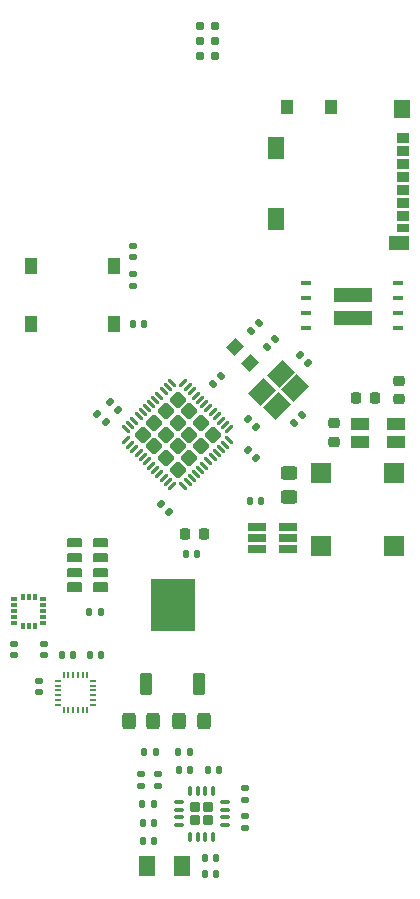
<source format=gbr>
%TF.GenerationSoftware,KiCad,Pcbnew,(6.0.2)*%
%TF.CreationDate,2022-04-15T22:59:47-04:00*%
%TF.ProjectId,Nova,4e6f7661-2e6b-4696-9361-645f70636258,rev?*%
%TF.SameCoordinates,Original*%
%TF.FileFunction,Paste,Top*%
%TF.FilePolarity,Positive*%
%FSLAX46Y46*%
G04 Gerber Fmt 4.6, Leading zero omitted, Abs format (unit mm)*
G04 Created by KiCad (PCBNEW (6.0.2)) date 2022-04-15 22:59:47*
%MOMM*%
%LPD*%
G01*
G04 APERTURE LIST*
G04 Aperture macros list*
%AMRoundRect*
0 Rectangle with rounded corners*
0 $1 Rounding radius*
0 $2 $3 $4 $5 $6 $7 $8 $9 X,Y pos of 4 corners*
0 Add a 4 corners polygon primitive as box body*
4,1,4,$2,$3,$4,$5,$6,$7,$8,$9,$2,$3,0*
0 Add four circle primitives for the rounded corners*
1,1,$1+$1,$2,$3*
1,1,$1+$1,$4,$5*
1,1,$1+$1,$6,$7*
1,1,$1+$1,$8,$9*
0 Add four rect primitives between the rounded corners*
20,1,$1+$1,$2,$3,$4,$5,0*
20,1,$1+$1,$4,$5,$6,$7,0*
20,1,$1+$1,$6,$7,$8,$9,0*
20,1,$1+$1,$8,$9,$2,$3,0*%
%AMRotRect*
0 Rectangle, with rotation*
0 The origin of the aperture is its center*
0 $1 length*
0 $2 width*
0 $3 Rotation angle, in degrees counterclockwise*
0 Add horizontal line*
21,1,$1,$2,0,0,$3*%
G04 Aperture macros list end*
%ADD10C,0.010000*%
%ADD11C,0.152400*%
%ADD12R,1.800000X1.800000*%
%ADD13RoundRect,0.147500X0.147500X0.172500X-0.147500X0.172500X-0.147500X-0.172500X0.147500X-0.172500X0*%
%ADD14RoundRect,0.147500X0.172500X-0.147500X0.172500X0.147500X-0.172500X0.147500X-0.172500X-0.147500X0*%
%ADD15RoundRect,0.147500X-0.226274X-0.017678X-0.017678X-0.226274X0.226274X0.017678X0.017678X0.226274X0*%
%ADD16RoundRect,0.147500X0.017678X-0.226274X0.226274X-0.017678X-0.017678X0.226274X-0.226274X0.017678X0*%
%ADD17RoundRect,0.147500X0.226274X0.017678X0.017678X0.226274X-0.226274X-0.017678X-0.017678X-0.226274X0*%
%ADD18RoundRect,0.147500X-0.147500X-0.172500X0.147500X-0.172500X0.147500X0.172500X-0.147500X0.172500X0*%
%ADD19RoundRect,0.147500X-0.172500X0.147500X-0.172500X-0.147500X0.172500X-0.147500X0.172500X0.147500X0*%
%ADD20R,1.500000X1.100000*%
%ADD21RoundRect,0.250000X-0.450000X0.325000X-0.450000X-0.325000X0.450000X-0.325000X0.450000X0.325000X0*%
%ADD22RoundRect,0.250000X-0.325000X-0.450000X0.325000X-0.450000X0.325000X0.450000X-0.325000X0.450000X0*%
%ADD23RoundRect,0.250000X0.325000X0.450000X-0.325000X0.450000X-0.325000X-0.450000X0.325000X-0.450000X0*%
%ADD24RoundRect,0.250001X0.462499X0.624999X-0.462499X0.624999X-0.462499X-0.624999X0.462499X-0.624999X0*%
%ADD25R,1.100000X0.850000*%
%ADD26R,1.100000X0.750000*%
%ADD27R,1.000000X1.200000*%
%ADD28R,1.350000X1.900000*%
%ADD29R,1.350000X1.550000*%
%ADD30R,1.800000X1.170000*%
%ADD31RoundRect,0.218750X-0.218750X-0.256250X0.218750X-0.256250X0.218750X0.256250X-0.218750X0.256250X0*%
%ADD32RoundRect,0.218750X0.256250X-0.218750X0.256250X0.218750X-0.256250X0.218750X-0.256250X-0.218750X0*%
%ADD33R,1.000000X1.400000*%
%ADD34RoundRect,0.250000X0.000000X0.445477X-0.445477X0.000000X0.000000X-0.445477X0.445477X0.000000X0*%
%ADD35RoundRect,0.062500X0.220971X0.309359X-0.309359X-0.220971X-0.220971X-0.309359X0.309359X0.220971X0*%
%ADD36RoundRect,0.062500X-0.220971X0.309359X-0.309359X0.220971X0.220971X-0.309359X0.309359X-0.220971X0*%
%ADD37R,0.550000X0.350000*%
%ADD38R,0.350000X0.550000*%
%ADD39R,0.940000X0.440000*%
%ADD40RoundRect,0.212500X-0.212500X0.212500X-0.212500X-0.212500X0.212500X-0.212500X0.212500X0.212500X0*%
%ADD41RoundRect,0.075000X-0.075000X0.350000X-0.075000X-0.350000X0.075000X-0.350000X0.075000X0.350000X0*%
%ADD42RoundRect,0.075000X-0.350000X0.075000X-0.350000X-0.075000X0.350000X-0.075000X0.350000X0.075000X0*%
%ADD43R,1.092200X0.609600*%
%ADD44RoundRect,0.050000X0.225000X0.050000X-0.225000X0.050000X-0.225000X-0.050000X0.225000X-0.050000X0*%
%ADD45RoundRect,0.050000X-0.050000X0.225000X-0.050000X-0.225000X0.050000X-0.225000X0.050000X0.225000X0*%
%ADD46RotRect,1.050000X1.100000X135.000000*%
%ADD47RotRect,1.800000X1.500000X45.000000*%
%ADD48R,1.560000X0.650000*%
%ADD49RoundRect,0.115200X-0.364800X-0.834800X0.364800X-0.834800X0.364800X0.834800X-0.364800X0.834800X0*%
%ADD50C,0.787000*%
G04 APERTURE END LIST*
D10*
%TO.C,U3*%
X173760000Y-72040000D02*
X172160000Y-72040000D01*
X172160000Y-72040000D02*
X172160000Y-70890000D01*
X172160000Y-70890000D02*
X173760000Y-70890000D01*
X173760000Y-70890000D02*
X173760000Y-72040000D01*
G36*
X173760000Y-72040000D02*
G01*
X172160000Y-72040000D01*
X172160000Y-70890000D01*
X173760000Y-70890000D01*
X173760000Y-72040000D01*
G37*
X173760000Y-72040000D02*
X172160000Y-72040000D01*
X172160000Y-70890000D01*
X173760000Y-70890000D01*
X173760000Y-72040000D01*
X172240000Y-74010000D02*
X170640000Y-74010000D01*
X170640000Y-74010000D02*
X170640000Y-72860000D01*
X170640000Y-72860000D02*
X172240000Y-72860000D01*
X172240000Y-72860000D02*
X172240000Y-74010000D01*
G36*
X172240000Y-74010000D02*
G01*
X170640000Y-74010000D01*
X170640000Y-72860000D01*
X172240000Y-72860000D01*
X172240000Y-74010000D01*
G37*
X172240000Y-74010000D02*
X170640000Y-74010000D01*
X170640000Y-72860000D01*
X172240000Y-72860000D01*
X172240000Y-74010000D01*
X172240000Y-72040000D02*
X170640000Y-72040000D01*
X170640000Y-72040000D02*
X170640000Y-70890000D01*
X170640000Y-70890000D02*
X172240000Y-70890000D01*
X172240000Y-70890000D02*
X172240000Y-72040000D01*
G36*
X172240000Y-72040000D02*
G01*
X170640000Y-72040000D01*
X170640000Y-70890000D01*
X172240000Y-70890000D01*
X172240000Y-72040000D01*
G37*
X172240000Y-72040000D02*
X170640000Y-72040000D01*
X170640000Y-70890000D01*
X172240000Y-70890000D01*
X172240000Y-72040000D01*
X173760000Y-74010000D02*
X172160000Y-74010000D01*
X172160000Y-74010000D02*
X172160000Y-72860000D01*
X172160000Y-72860000D02*
X173760000Y-72860000D01*
X173760000Y-72860000D02*
X173760000Y-74010000D01*
G36*
X173760000Y-74010000D02*
G01*
X172160000Y-74010000D01*
X172160000Y-72860000D01*
X173760000Y-72860000D01*
X173760000Y-74010000D01*
G37*
X173760000Y-74010000D02*
X172160000Y-74010000D01*
X172160000Y-72860000D01*
X173760000Y-72860000D01*
X173760000Y-74010000D01*
D11*
%TO.C,U6*%
X149256000Y-94040700D02*
X149256000Y-93431100D01*
X150363800Y-93431100D02*
X150363800Y-94040700D01*
X150363800Y-96540700D02*
X151456000Y-96540700D01*
X150363800Y-94040700D02*
X151456000Y-94040700D01*
X151456000Y-95290700D02*
X151456000Y-94681100D01*
X148163800Y-94040700D02*
X149256000Y-94040700D01*
X148163800Y-96540700D02*
X149256000Y-96540700D01*
X150363800Y-95931100D02*
X150363800Y-96540700D01*
X151456000Y-92790700D02*
X151456000Y-92181100D01*
X148163800Y-95290700D02*
X149256000Y-95290700D01*
X149256000Y-95290700D02*
X149256000Y-94681100D01*
X149256000Y-92790700D02*
X149256000Y-92181100D01*
X149256000Y-95931100D02*
X148163800Y-95931100D01*
X149256000Y-96540700D02*
X149256000Y-95931100D01*
X150363800Y-94681100D02*
X150363800Y-95290700D01*
X151456000Y-95931100D02*
X150363800Y-95931100D01*
X148163800Y-92181100D02*
X148163800Y-92790700D01*
X151456000Y-93431100D02*
X150363800Y-93431100D01*
X148163800Y-93431100D02*
X148163800Y-94040700D01*
X151456000Y-92181100D02*
X150363800Y-92181100D01*
X149256000Y-93431100D02*
X148163800Y-93431100D01*
X149256000Y-92181100D02*
X148163800Y-92181100D01*
X149256000Y-94681100D02*
X148163800Y-94681100D01*
X148163800Y-92790700D02*
X149256000Y-92790700D01*
X150363800Y-92790700D02*
X151456000Y-92790700D01*
X151456000Y-94040700D02*
X151456000Y-93431100D01*
X150363800Y-95290700D02*
X151456000Y-95290700D01*
X148163800Y-94681100D02*
X148163800Y-95290700D01*
X151456000Y-94681100D02*
X150363800Y-94681100D01*
X148163800Y-95931100D02*
X148163800Y-96540700D01*
X151456000Y-96540700D02*
X151456000Y-95931100D01*
X150363800Y-92181100D02*
X150363800Y-92790700D01*
D10*
%TO.C,U8*%
X155206980Y-95597000D02*
X158770350Y-95597000D01*
X158770350Y-95597000D02*
X158770350Y-99923065D01*
X158770350Y-99923065D02*
X155206980Y-99923065D01*
X155206980Y-99923065D02*
X155206980Y-95597000D01*
G36*
X158770350Y-99923065D02*
G01*
X155206980Y-99923065D01*
X155206980Y-95597000D01*
X158770350Y-95597000D01*
X158770350Y-99923065D01*
G37*
X158770350Y-99923065D02*
X155206980Y-99923065D01*
X155206980Y-95597000D01*
X158770350Y-95597000D01*
X158770350Y-99923065D01*
%TD*%
D12*
%TO.C,BZ1*%
X169600000Y-92750000D03*
X169600000Y-86600000D03*
X175750000Y-86600000D03*
X175750000Y-92750000D03*
%TD*%
D13*
%TO.C,C3*%
X150910000Y-98350000D03*
X149940000Y-98350000D03*
%TD*%
D14*
%TO.C,C5*%
X153650000Y-70745000D03*
X153650000Y-69775000D03*
%TD*%
D15*
%TO.C,C6*%
X163357053Y-81982053D03*
X164042947Y-82667947D03*
%TD*%
D16*
%TO.C,C7*%
X164982053Y-75892947D03*
X165667947Y-75207053D03*
%TD*%
%TO.C,C8*%
X163607053Y-74567947D03*
X164292947Y-73882053D03*
%TD*%
%TO.C,C9*%
X167282053Y-82392947D03*
X167967947Y-81707053D03*
%TD*%
D17*
%TO.C,C10*%
X152400000Y-81225000D03*
X151714106Y-80539106D03*
%TD*%
D15*
%TO.C,C11*%
X167757053Y-76582053D03*
X168442947Y-77267947D03*
%TD*%
D17*
%TO.C,C12*%
X151317947Y-82267947D03*
X150632053Y-81582053D03*
%TD*%
D15*
%TO.C,C13*%
X163407053Y-84657053D03*
X164092947Y-85342947D03*
%TD*%
D16*
%TO.C,C14*%
X160382053Y-79042947D03*
X161067947Y-78357053D03*
%TD*%
D18*
%TO.C,C15*%
X149990000Y-101975000D03*
X150960000Y-101975000D03*
%TD*%
D19*
%TO.C,C16*%
X145700000Y-104190000D03*
X145700000Y-105160000D03*
%TD*%
D13*
%TO.C,C17*%
X148560000Y-101975000D03*
X147590000Y-101975000D03*
%TD*%
D15*
%TO.C,C18*%
X155982053Y-89232053D03*
X156667947Y-89917947D03*
%TD*%
D19*
%TO.C,C22*%
X146100000Y-101040000D03*
X146100000Y-102010000D03*
%TD*%
D14*
%TO.C,C23*%
X143550000Y-102010000D03*
X143550000Y-101040000D03*
%TD*%
D13*
%TO.C,C29*%
X160685000Y-120525000D03*
X159715000Y-120525000D03*
%TD*%
%TO.C,C30*%
X160685000Y-119200000D03*
X159715000Y-119200000D03*
%TD*%
D18*
%TO.C,C31*%
X154465000Y-117750000D03*
X155435000Y-117750000D03*
%TD*%
D20*
%TO.C,D1*%
X175904956Y-83965000D03*
X172904956Y-83965000D03*
X172904956Y-82465000D03*
X175904956Y-82465000D03*
%TD*%
D21*
%TO.C,D2*%
X166875000Y-86600000D03*
X166875000Y-88650000D03*
%TD*%
D22*
%TO.C,D3*%
X153325000Y-107550000D03*
X155375000Y-107550000D03*
%TD*%
D23*
%TO.C,D4*%
X159625000Y-107550000D03*
X157575000Y-107550000D03*
%TD*%
D14*
%TO.C,D5*%
X155800000Y-113085000D03*
X155800000Y-112115000D03*
%TD*%
%TO.C,D6*%
X154300000Y-113085000D03*
X154300000Y-112115000D03*
%TD*%
D13*
%TO.C,D7*%
X159060000Y-93475000D03*
X158090000Y-93475000D03*
%TD*%
D24*
%TO.C,F1*%
X157762500Y-119850000D03*
X154787500Y-119850000D03*
%TD*%
D25*
%TO.C,Micro_SD1*%
X176535600Y-58225000D03*
X176535600Y-59325000D03*
X176535600Y-60425000D03*
X176535600Y-61525000D03*
X176535600Y-62625000D03*
X176535600Y-63725000D03*
X176535600Y-64825000D03*
D26*
X176535600Y-65875000D03*
D27*
X170385600Y-55590000D03*
X166685600Y-55590000D03*
D28*
X165710600Y-65060000D03*
X165710600Y-59090000D03*
D29*
X176410600Y-55765000D03*
D30*
X176185600Y-67085000D03*
%TD*%
D31*
%TO.C,R1*%
X172537500Y-80275000D03*
X174112500Y-80275000D03*
%TD*%
D32*
%TO.C,R2*%
X176150000Y-80350000D03*
X176150000Y-78775000D03*
%TD*%
%TO.C,R3*%
X170625000Y-83962500D03*
X170625000Y-82387500D03*
%TD*%
D31*
%TO.C,R4*%
X158087500Y-91725000D03*
X159662500Y-91725000D03*
%TD*%
D19*
%TO.C,R6*%
X153650000Y-67365000D03*
X153650000Y-68335000D03*
%TD*%
D18*
%TO.C,R7*%
X153625000Y-73975000D03*
X154595000Y-73975000D03*
%TD*%
%TO.C,R27*%
X163515000Y-89000000D03*
X164485000Y-89000000D03*
%TD*%
%TO.C,R28*%
X157490000Y-110250000D03*
X158460000Y-110250000D03*
%TD*%
D13*
%TO.C,R29*%
X155560000Y-110250000D03*
X154590000Y-110250000D03*
%TD*%
%TO.C,R30*%
X155435000Y-116200000D03*
X154465000Y-116200000D03*
%TD*%
D18*
%TO.C,R31*%
X154440000Y-114650000D03*
X155410000Y-114650000D03*
%TD*%
D14*
%TO.C,R32*%
X163100000Y-116635000D03*
X163100000Y-115665000D03*
%TD*%
D13*
%TO.C,R33*%
X160935000Y-111775000D03*
X159965000Y-111775000D03*
%TD*%
D19*
%TO.C,R34*%
X163100000Y-113265000D03*
X163100000Y-114235000D03*
%TD*%
D18*
%TO.C,R35*%
X157515000Y-111775000D03*
X158485000Y-111775000D03*
%TD*%
D33*
%TO.C,BOOT1*%
X152000000Y-73975000D03*
X145000000Y-73975000D03*
%TD*%
%TO.C,NRST1*%
X145000000Y-69075000D03*
X152000000Y-69075000D03*
%TD*%
D34*
%TO.C,U1*%
X157425000Y-84339949D03*
X155445101Y-84339949D03*
X156435051Y-83350000D03*
X159404899Y-82360051D03*
X156435051Y-85329899D03*
X158414949Y-81370101D03*
X159404899Y-84339949D03*
X154455152Y-83350000D03*
X160394848Y-83350000D03*
X156435051Y-81370101D03*
X158414949Y-83350000D03*
X157425000Y-80380152D03*
X157425000Y-82360051D03*
X157425000Y-86319848D03*
X158414949Y-85329899D03*
X155445101Y-82360051D03*
D35*
X161800223Y-82863864D03*
X161446670Y-82510311D03*
X161093116Y-82156757D03*
X160739563Y-81803204D03*
X160386010Y-81449651D03*
X160032456Y-81096097D03*
X159678903Y-80742544D03*
X159325349Y-80388990D03*
X158971796Y-80035437D03*
X158618243Y-79681884D03*
X158264689Y-79328330D03*
X157911136Y-78974777D03*
D36*
X156938864Y-78974777D03*
X156585311Y-79328330D03*
X156231757Y-79681884D03*
X155878204Y-80035437D03*
X155524651Y-80388990D03*
X155171097Y-80742544D03*
X154817544Y-81096097D03*
X154463990Y-81449651D03*
X154110437Y-81803204D03*
X153756884Y-82156757D03*
X153403330Y-82510311D03*
X153049777Y-82863864D03*
D35*
X153049777Y-83836136D03*
X153403330Y-84189689D03*
X153756884Y-84543243D03*
X154110437Y-84896796D03*
X154463990Y-85250349D03*
X154817544Y-85603903D03*
X155171097Y-85957456D03*
X155524651Y-86311010D03*
X155878204Y-86664563D03*
X156231757Y-87018116D03*
X156585311Y-87371670D03*
X156938864Y-87725223D03*
D36*
X157911136Y-87725223D03*
X158264689Y-87371670D03*
X158618243Y-87018116D03*
X158971796Y-86664563D03*
X159325349Y-86311010D03*
X159678903Y-85957456D03*
X160032456Y-85603903D03*
X160386010Y-85250349D03*
X160739563Y-84896796D03*
X161093116Y-84543243D03*
X161446670Y-84189689D03*
X161800223Y-83836136D03*
%TD*%
D37*
%TO.C,U2*%
X146050000Y-99295000D03*
X146050000Y-98795000D03*
X146050000Y-98295000D03*
X146050000Y-97795000D03*
X146050000Y-97295000D03*
D38*
X145325000Y-97070000D03*
X144825000Y-97070000D03*
X144325000Y-97070000D03*
D37*
X143600000Y-97295000D03*
X143600000Y-97795000D03*
X143600000Y-98295000D03*
X143600000Y-98795000D03*
X143600000Y-99295000D03*
D38*
X144325000Y-99520000D03*
X144825000Y-99520000D03*
X145325000Y-99520000D03*
%TD*%
D39*
%TO.C,U3*%
X176095000Y-74355000D03*
X176095000Y-73085000D03*
X176095000Y-71815000D03*
X176095000Y-70545000D03*
X168305000Y-70545000D03*
X168305000Y-71815000D03*
X168305000Y-73085000D03*
X168305000Y-74355000D03*
%TD*%
D40*
%TO.C,U4*%
X158925000Y-114900000D03*
X158925000Y-115950000D03*
X159975000Y-114900000D03*
X159975000Y-115950000D03*
D41*
X160425000Y-113475000D03*
X159775000Y-113475000D03*
X159125000Y-113475000D03*
X158475000Y-113475000D03*
D42*
X157500000Y-114450000D03*
X157500000Y-115100000D03*
X157500000Y-115750000D03*
X157500000Y-116400000D03*
D41*
X158475000Y-117375000D03*
X159125000Y-117375000D03*
X159775000Y-117375000D03*
X160425000Y-117375000D03*
D42*
X161400000Y-116400000D03*
X161400000Y-115750000D03*
X161400000Y-115100000D03*
X161400000Y-114450000D03*
%TD*%
D43*
%TO.C,U6*%
X150909900Y-96235900D03*
X150909900Y-94985900D03*
X150909900Y-93735900D03*
X150909900Y-92485900D03*
X148709900Y-92485900D03*
X148709900Y-93735900D03*
X148709900Y-94985900D03*
X148709900Y-96235900D03*
%TD*%
D44*
%TO.C,U7*%
X150275000Y-106195000D03*
X150275000Y-105795000D03*
X150275000Y-105395000D03*
X150275000Y-104995000D03*
X150275000Y-104595000D03*
X150275000Y-104195000D03*
D45*
X149775000Y-103695000D03*
X149375000Y-103695000D03*
X148975000Y-103695000D03*
X148575000Y-103695000D03*
X148175000Y-103695000D03*
X147775000Y-103695000D03*
D44*
X147275000Y-104195000D03*
X147275000Y-104595000D03*
X147275000Y-104995000D03*
X147275000Y-105395000D03*
X147275000Y-105795000D03*
X147275000Y-106195000D03*
D45*
X147775000Y-106695000D03*
X148175000Y-106695000D03*
X148575000Y-106695000D03*
X148975000Y-106695000D03*
X149375000Y-106695000D03*
X149775000Y-106695000D03*
%TD*%
D46*
%TO.C,Y1*%
X163579074Y-77254074D03*
X162270926Y-75945926D03*
%TD*%
D47*
%TO.C,Y2*%
X165798223Y-80928858D03*
X167353858Y-79373223D03*
X166151777Y-78171142D03*
X164596142Y-79726777D03*
%TD*%
D48*
%TO.C,Q9*%
X164100000Y-91150000D03*
X164100000Y-92100000D03*
X164100000Y-93050000D03*
X166800000Y-93050000D03*
X166800000Y-92100000D03*
X166800000Y-91150000D03*
%TD*%
D49*
%TO.C,U8*%
X154710000Y-104470000D03*
X159270000Y-104470000D03*
%TD*%
D50*
%TO.C,J1*%
X159325400Y-48765600D03*
X160595400Y-48765600D03*
X159325400Y-50035600D03*
X160595400Y-50035600D03*
X159325400Y-51305600D03*
X160595400Y-51305600D03*
%TD*%
M02*

</source>
